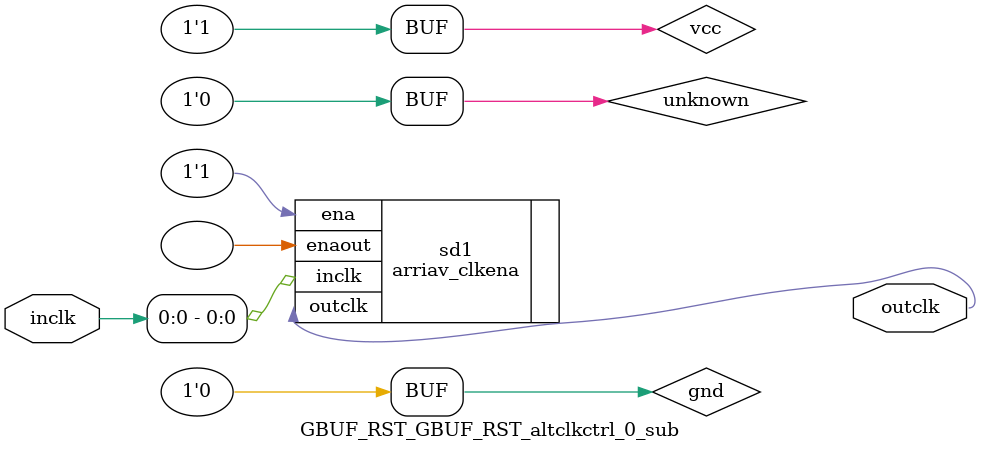
<source format=v>


// DATE "08/26/2020 12:32:32"

// 
// Device: Altera 5AGXMA7G4F31C4 Package FBGA896
// 

// 
// This greybox netlist file is for third party Synthesis Tools
// for timing and resource estimation only.
// 


module GBUF_RST (
	inclk,
	outclk)/* synthesis synthesis_greybox=0 */;
input 	inclk;
output 	outclk;

wire gnd;
wire vcc;
wire unknown;

assign gnd = 1'b0;
assign vcc = 1'b1;
// unknown value (1'bx) is not needed for this tool. Default to 1'b0
assign unknown = 1'b0;

wire \altclkctrl_0|GBUF_RST_altclkctrl_0_sub_component|wire_sd1_outclk ;
wire \inclk~input_o ;


GBUF_RST_GBUF_RST_altclkctrl_0 altclkctrl_0(
	.outclk(\altclkctrl_0|GBUF_RST_altclkctrl_0_sub_component|wire_sd1_outclk ),
	.inclk(\inclk~input_o ));

assign \inclk~input_o  = inclk;

assign outclk = \altclkctrl_0|GBUF_RST_altclkctrl_0_sub_component|wire_sd1_outclk ;

endmodule

module GBUF_RST_GBUF_RST_altclkctrl_0 (
	outclk,
	inclk)/* synthesis synthesis_greybox=0 */;
output 	outclk;
input 	inclk;

wire gnd;
wire vcc;
wire unknown;

assign gnd = 1'b0;
assign vcc = 1'b1;
// unknown value (1'bx) is not needed for this tool. Default to 1'b0
assign unknown = 1'b0;



GBUF_RST_GBUF_RST_altclkctrl_0_sub GBUF_RST_altclkctrl_0_sub_component(
	.outclk(outclk),
	.inclk({gnd,gnd,gnd,inclk}));

endmodule

module GBUF_RST_GBUF_RST_altclkctrl_0_sub (
	outclk,
	inclk)/* synthesis synthesis_greybox=0 */;
output 	outclk;
input 	[3:0] inclk;

wire gnd;
wire vcc;
wire unknown;

assign gnd = 1'b0;
assign vcc = 1'b1;
// unknown value (1'bx) is not needed for this tool. Default to 1'b0
assign unknown = 1'b0;



arriav_clkena sd1(
	.inclk(inclk[0]),
	.ena(vcc),
	.outclk(outclk),
	.enaout());
defparam sd1.clock_type = "auto";
defparam sd1.disable_mode = "low";
defparam sd1.ena_register_mode = "always enabled";
defparam sd1.ena_register_power_up = "high";
defparam sd1.test_syn = "high";

endmodule

</source>
